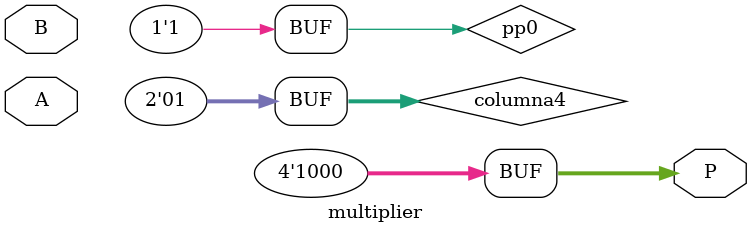
<source format=v>

`timescale 1ns/1ps  
module multiplier (
input [1:0] A,
input [1:0] B,
output [3:0] P);

        // Generación de productos parciales
 wire pp0 = ((1) & (1));

    // Suma de productos parciales
wire [1:0] columna4 = pp0;
assign P = (columna4 << 3);
endmodule
</source>
